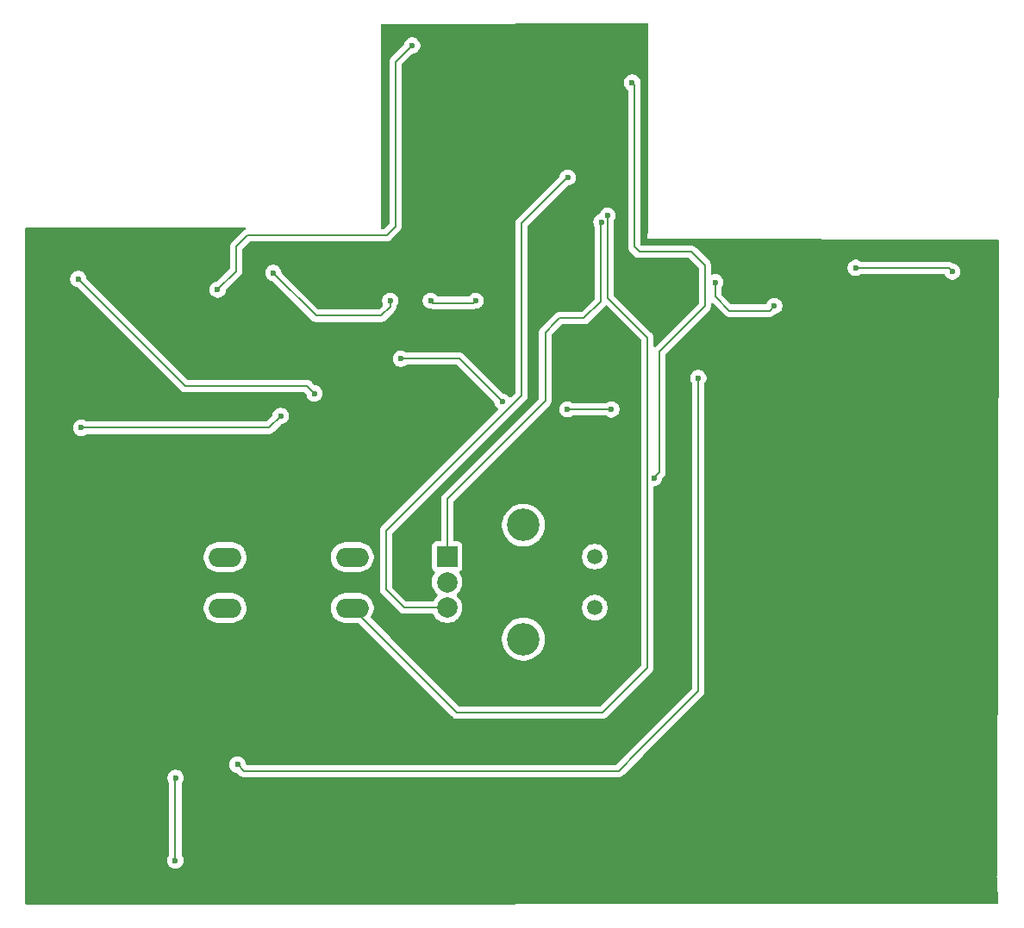
<source format=gbr>
%TF.GenerationSoftware,KiCad,Pcbnew,9.0.0*%
%TF.CreationDate,2025-04-05T15:43:16+05:30*%
%TF.ProjectId,PixelDoro,50697865-6c44-46f7-926f-2e6b69636164,rev?*%
%TF.SameCoordinates,Original*%
%TF.FileFunction,Copper,L2,Bot*%
%TF.FilePolarity,Positive*%
%FSLAX46Y46*%
G04 Gerber Fmt 4.6, Leading zero omitted, Abs format (unit mm)*
G04 Created by KiCad (PCBNEW 9.0.0) date 2025-04-05 15:43:16*
%MOMM*%
%LPD*%
G01*
G04 APERTURE LIST*
%TA.AperFunction,ComponentPad*%
%ADD10O,3.200000X1.900000*%
%TD*%
%TA.AperFunction,ComponentPad*%
%ADD11C,1.500000*%
%TD*%
%TA.AperFunction,ComponentPad*%
%ADD12R,2.000000X2.000000*%
%TD*%
%TA.AperFunction,ComponentPad*%
%ADD13C,2.000000*%
%TD*%
%TA.AperFunction,ComponentPad*%
%ADD14C,3.200000*%
%TD*%
%TA.AperFunction,ViaPad*%
%ADD15C,0.600000*%
%TD*%
%TA.AperFunction,Conductor*%
%ADD16C,0.200000*%
%TD*%
G04 APERTURE END LIST*
D10*
%TO.P,SW2,1,1*%
%TO.N,GND*%
X118468750Y-85725000D03*
X130968750Y-85725000D03*
%TO.P,SW2,2,2*%
%TO.N,Net-(U1-GPIO1_D7_CSn_RX)*%
X118468750Y-90725000D03*
X130968750Y-90725000D03*
%TD*%
D11*
%TO.P,SW1,*%
%TO.N,*%
X154781250Y-85687500D03*
X154781250Y-90687500D03*
D12*
%TO.P,SW1,A,A*%
%TO.N,Net-(U1-GPIO4_D9_MISO)*%
X140281250Y-85687500D03*
D13*
%TO.P,SW1,B,B*%
%TO.N,Net-(U1-GPIO2_D8_SCK)*%
X140281250Y-90687500D03*
%TO.P,SW1,C,C*%
%TO.N,GND*%
X140281250Y-88187500D03*
D14*
%TO.P,SW1,MP*%
%TO.N,N/C*%
X147781250Y-82587500D03*
X147781250Y-93787500D03*
%TD*%
D15*
%TO.N,Net-(D1-DIN)*%
X136840000Y-35460000D03*
X117740000Y-59440000D03*
%TO.N,Net-(D2-DOUT)*%
X134700000Y-60530000D03*
X123210000Y-57800000D03*
%TO.N,Net-(D3-DOUT)*%
X138680000Y-60530000D03*
X143090000Y-60530000D03*
%TO.N,Net-(D6-DOUT)*%
X166620000Y-58720000D03*
X172420000Y-61050000D03*
%TO.N,Net-(D8-DOUT)*%
X189908065Y-57659535D03*
X180420000Y-57310000D03*
%TO.N,Net-(D38-DOUT)*%
X164950000Y-68140000D03*
X119690000Y-106120000D03*
%TO.N,Net-(D23-VSS)*%
X104340000Y-73020000D03*
X123930000Y-71860000D03*
X113610000Y-107410000D03*
X113590000Y-115540000D03*
%TO.N,Net-(D34-DOUT)*%
X127240000Y-69640000D03*
X104050000Y-58400000D03*
%TO.N,Net-(D36-DOUT)*%
X135730000Y-66220000D03*
X156420000Y-71210000D03*
X145710000Y-70440000D03*
X152090000Y-71200000D03*
%TO.N,Net-(U1-GPIO2_D8_SCK)*%
X152120000Y-48430000D03*
%TO.N,Net-(U1-GPIO1_D7_CSn_RX)*%
X156050000Y-52150000D03*
%TO.N,Net-(U1-GPIO4_D9_MISO)*%
X155450000Y-52790000D03*
%TO.N,GND*%
X158460000Y-39100000D03*
X160600000Y-77950000D03*
%TD*%
D16*
%TO.N,Net-(D1-DIN)*%
X135210000Y-37070000D02*
X136820000Y-35460000D01*
X135210000Y-53250000D02*
X135210000Y-37070000D01*
X119560000Y-55240000D02*
X120680000Y-54120000D01*
X136820000Y-35460000D02*
X136840000Y-35460000D01*
X120680000Y-54120000D02*
X134340000Y-54120000D01*
X119560000Y-57620000D02*
X119560000Y-55240000D01*
X134340000Y-54120000D02*
X135210000Y-53250000D01*
X117740000Y-59440000D02*
X119560000Y-57620000D01*
%TO.N,Net-(D2-DOUT)*%
X127420000Y-62010000D02*
X133820000Y-62010000D01*
X123210000Y-57800000D02*
X127420000Y-62010000D01*
X134700000Y-61130000D02*
X134700000Y-60530000D01*
X133820000Y-62010000D02*
X134700000Y-61130000D01*
%TO.N,Net-(D3-DOUT)*%
X142870000Y-60750000D02*
X143090000Y-60530000D01*
X138680000Y-60530000D02*
X138900000Y-60750000D01*
X138900000Y-60750000D02*
X142870000Y-60750000D01*
%TO.N,Net-(D6-DOUT)*%
X166620000Y-58720000D02*
X166620000Y-60140000D01*
X167990000Y-61510000D02*
X171960000Y-61510000D01*
X166620000Y-60140000D02*
X167990000Y-61510000D01*
X171960000Y-61510000D02*
X172420000Y-61050000D01*
%TO.N,Net-(D8-DOUT)*%
X189558530Y-57310000D02*
X180420000Y-57310000D01*
X189908065Y-57659535D02*
X189558530Y-57310000D01*
%TO.N,Net-(D38-DOUT)*%
X120300000Y-106730000D02*
X119690000Y-106120000D01*
X120660000Y-106730000D02*
X120300000Y-106730000D01*
X157150000Y-106730000D02*
X120660000Y-106730000D01*
X164950000Y-68140000D02*
X164950000Y-98930000D01*
X159030000Y-104850000D02*
X157150000Y-106730000D01*
X164950000Y-98930000D02*
X159030000Y-104850000D01*
%TO.N,Net-(D23-VSS)*%
X113590000Y-107430000D02*
X113610000Y-107410000D01*
X113590000Y-115540000D02*
X113590000Y-107430000D01*
X122770000Y-73020000D02*
X123930000Y-71860000D01*
X104340000Y-73020000D02*
X122770000Y-73020000D01*
%TO.N,Net-(D34-DOUT)*%
X104050000Y-58400000D02*
X114570000Y-68920000D01*
X126520000Y-68920000D02*
X127240000Y-69640000D01*
X126440000Y-68920000D02*
X126520000Y-68920000D01*
X114570000Y-68920000D02*
X126440000Y-68920000D01*
%TO.N,Net-(D36-DOUT)*%
X156410000Y-71200000D02*
X156420000Y-71210000D01*
X152090000Y-71200000D02*
X156410000Y-71200000D01*
X135730000Y-66220000D02*
X141490000Y-66220000D01*
X141490000Y-66220000D02*
X145710000Y-70440000D01*
%TO.N,Net-(U1-GPIO2_D8_SCK)*%
X140281250Y-90687500D02*
X136057500Y-90687500D01*
X134280000Y-88910000D02*
X134280000Y-83150000D01*
X147590000Y-52930000D02*
X152090000Y-48430000D01*
X152090000Y-48430000D02*
X152120000Y-48430000D01*
X147590000Y-69840000D02*
X147590000Y-52930000D01*
X134280000Y-83150000D02*
X147590000Y-69840000D01*
X136057500Y-90687500D02*
X134280000Y-88910000D01*
%TO.N,Net-(U1-GPIO1_D7_CSn_RX)*%
X155540000Y-101010000D02*
X159960000Y-96590000D01*
X159960000Y-64160000D02*
X156050000Y-60250000D01*
X159960000Y-96590000D02*
X159960000Y-64160000D01*
X141253750Y-101010000D02*
X155540000Y-101010000D01*
X130968750Y-90725000D02*
X141253750Y-101010000D01*
X156050000Y-60250000D02*
X156050000Y-52150000D01*
%TO.N,Net-(U1-GPIO4_D9_MISO)*%
X151300000Y-62260000D02*
X153720000Y-62260000D01*
X155390000Y-60590000D02*
X155390000Y-52850000D01*
X149920000Y-70370000D02*
X149920000Y-63640000D01*
X153720000Y-62260000D02*
X155390000Y-60590000D01*
X149920000Y-63640000D02*
X150910000Y-62650000D01*
X155390000Y-52850000D02*
X155450000Y-52790000D01*
X150910000Y-62650000D02*
X151300000Y-62260000D01*
X140281250Y-80008750D02*
X149920000Y-70370000D01*
X140281250Y-85687500D02*
X140281250Y-80008750D01*
%TO.N,GND*%
X161140000Y-77390000D02*
X160810000Y-77720000D01*
X158650000Y-39290000D02*
X158460000Y-39100000D01*
X158650000Y-39410000D02*
X158650000Y-55220000D01*
X159160000Y-55730000D02*
X164300000Y-55730000D01*
X165610000Y-57040000D02*
X165610000Y-61070000D01*
X160810000Y-77720000D02*
X160600000Y-77930000D01*
X158650000Y-39410000D02*
X158650000Y-39290000D01*
X164300000Y-55730000D02*
X165610000Y-57040000D01*
X158650000Y-55220000D02*
X159160000Y-55730000D01*
X161140000Y-65540000D02*
X161140000Y-77390000D01*
X160600000Y-77930000D02*
X160600000Y-77950000D01*
X165610000Y-61070000D02*
X161140000Y-65540000D01*
%TD*%
%TA.AperFunction,NonConductor*%
G36*
X159992447Y-33299816D02*
G01*
X160038323Y-33352515D01*
X160049646Y-33404636D01*
X159992836Y-53439878D01*
X159990000Y-54440000D01*
X194365878Y-54509748D01*
X194432877Y-54529569D01*
X194478525Y-54582466D01*
X194489625Y-54634123D01*
X194301262Y-116991775D01*
X194301225Y-117003868D01*
X194301225Y-117003870D01*
X194280000Y-117110000D01*
X194300770Y-117154509D01*
X194300687Y-117182215D01*
X194299944Y-117428204D01*
X194304967Y-117429748D01*
X194350053Y-117483125D01*
X194360523Y-117528351D01*
X194444951Y-119681262D01*
X194427908Y-119749021D01*
X194376938Y-119796810D01*
X194321163Y-119810121D01*
X98984117Y-119899883D01*
X98917059Y-119880262D01*
X98871254Y-119827501D01*
X98860000Y-119775883D01*
X98860000Y-115461153D01*
X112789500Y-115461153D01*
X112789500Y-115618846D01*
X112820261Y-115773489D01*
X112820264Y-115773501D01*
X112880602Y-115919172D01*
X112880609Y-115919185D01*
X112968210Y-116050288D01*
X112968213Y-116050292D01*
X113079707Y-116161786D01*
X113079711Y-116161789D01*
X113210814Y-116249390D01*
X113210827Y-116249397D01*
X113356498Y-116309735D01*
X113356503Y-116309737D01*
X113511153Y-116340499D01*
X113511156Y-116340500D01*
X113511158Y-116340500D01*
X113668844Y-116340500D01*
X113668845Y-116340499D01*
X113823497Y-116309737D01*
X113969179Y-116249394D01*
X114100289Y-116161789D01*
X114211789Y-116050289D01*
X114299394Y-115919179D01*
X114359737Y-115773497D01*
X114390500Y-115618842D01*
X114390500Y-115461158D01*
X114390500Y-115461155D01*
X114390499Y-115461153D01*
X114359738Y-115306510D01*
X114359737Y-115306503D01*
X114359735Y-115306498D01*
X114299397Y-115160827D01*
X114299390Y-115160814D01*
X114211398Y-115029125D01*
X114190520Y-114962447D01*
X114190500Y-114960234D01*
X114190500Y-108012940D01*
X114210185Y-107945901D01*
X114226818Y-107925259D01*
X114231789Y-107920289D01*
X114319394Y-107789179D01*
X114379737Y-107643497D01*
X114410500Y-107488842D01*
X114410500Y-107331158D01*
X114410500Y-107331155D01*
X114410499Y-107331153D01*
X114379738Y-107176510D01*
X114379737Y-107176503D01*
X114345723Y-107094385D01*
X114319397Y-107030827D01*
X114319390Y-107030814D01*
X114231789Y-106899711D01*
X114231786Y-106899707D01*
X114120292Y-106788213D01*
X114120288Y-106788210D01*
X113989185Y-106700609D01*
X113989172Y-106700602D01*
X113843501Y-106640264D01*
X113843489Y-106640261D01*
X113688845Y-106609500D01*
X113688842Y-106609500D01*
X113531158Y-106609500D01*
X113531155Y-106609500D01*
X113376510Y-106640261D01*
X113376498Y-106640264D01*
X113230827Y-106700602D01*
X113230814Y-106700609D01*
X113099711Y-106788210D01*
X113099707Y-106788213D01*
X112988213Y-106899707D01*
X112988210Y-106899711D01*
X112900609Y-107030814D01*
X112900602Y-107030827D01*
X112840264Y-107176498D01*
X112840261Y-107176510D01*
X112809500Y-107331153D01*
X112809500Y-107488846D01*
X112840261Y-107643489D01*
X112840264Y-107643501D01*
X112900602Y-107789172D01*
X112900609Y-107789184D01*
X112968602Y-107890942D01*
X112989480Y-107957619D01*
X112989500Y-107959833D01*
X112989500Y-114960234D01*
X112969815Y-115027273D01*
X112968602Y-115029125D01*
X112880609Y-115160814D01*
X112880602Y-115160827D01*
X112820264Y-115306498D01*
X112820261Y-115306510D01*
X112789500Y-115461153D01*
X98860000Y-115461153D01*
X98860000Y-106041153D01*
X118889500Y-106041153D01*
X118889500Y-106198846D01*
X118920261Y-106353489D01*
X118920264Y-106353501D01*
X118980602Y-106499172D01*
X118980609Y-106499185D01*
X119068210Y-106630288D01*
X119068213Y-106630292D01*
X119179707Y-106741786D01*
X119179711Y-106741789D01*
X119310814Y-106829390D01*
X119310827Y-106829397D01*
X119456498Y-106889735D01*
X119456503Y-106889737D01*
X119521147Y-106902595D01*
X119611849Y-106920638D01*
X119628605Y-106929402D01*
X119647085Y-106933423D01*
X119672123Y-106952167D01*
X119673760Y-106953023D01*
X119675339Y-106954574D01*
X119815139Y-107094374D01*
X119815149Y-107094385D01*
X119819479Y-107098715D01*
X119819480Y-107098716D01*
X119931284Y-107210520D01*
X120018095Y-107260639D01*
X120018097Y-107260641D01*
X120068213Y-107289576D01*
X120068215Y-107289577D01*
X120220942Y-107330500D01*
X120220943Y-107330500D01*
X120580943Y-107330500D01*
X157063331Y-107330500D01*
X157063347Y-107330501D01*
X157070943Y-107330501D01*
X157229054Y-107330501D01*
X157229057Y-107330501D01*
X157381785Y-107289577D01*
X157431904Y-107260639D01*
X157518716Y-107210520D01*
X157630520Y-107098716D01*
X157630520Y-107098714D01*
X157640728Y-107088507D01*
X157640729Y-107088504D01*
X159510519Y-105218716D01*
X165318713Y-99410521D01*
X165318716Y-99410520D01*
X165430520Y-99298716D01*
X165480639Y-99211904D01*
X165509577Y-99161785D01*
X165550500Y-99009058D01*
X165550500Y-98850943D01*
X165550500Y-68719765D01*
X165570185Y-68652726D01*
X165571398Y-68650874D01*
X165659390Y-68519185D01*
X165659390Y-68519184D01*
X165659394Y-68519179D01*
X165719737Y-68373497D01*
X165750500Y-68218842D01*
X165750500Y-68061158D01*
X165750500Y-68061155D01*
X165750499Y-68061153D01*
X165719738Y-67906510D01*
X165719737Y-67906503D01*
X165719735Y-67906498D01*
X165659397Y-67760827D01*
X165659390Y-67760814D01*
X165571789Y-67629711D01*
X165571786Y-67629707D01*
X165460292Y-67518213D01*
X165460288Y-67518210D01*
X165329185Y-67430609D01*
X165329172Y-67430602D01*
X165183501Y-67370264D01*
X165183489Y-67370261D01*
X165028845Y-67339500D01*
X165028842Y-67339500D01*
X164871158Y-67339500D01*
X164871155Y-67339500D01*
X164716510Y-67370261D01*
X164716498Y-67370264D01*
X164570827Y-67430602D01*
X164570814Y-67430609D01*
X164439711Y-67518210D01*
X164439707Y-67518213D01*
X164328213Y-67629707D01*
X164328210Y-67629711D01*
X164240609Y-67760814D01*
X164240602Y-67760827D01*
X164180264Y-67906498D01*
X164180261Y-67906510D01*
X164149500Y-68061153D01*
X164149500Y-68218846D01*
X164180261Y-68373489D01*
X164180264Y-68373501D01*
X164240602Y-68519172D01*
X164240609Y-68519185D01*
X164328602Y-68650874D01*
X164349480Y-68717551D01*
X164349500Y-68719765D01*
X164349500Y-98629903D01*
X164329815Y-98696942D01*
X164313181Y-98717584D01*
X156937584Y-106093181D01*
X156876261Y-106126666D01*
X156849903Y-106129500D01*
X120609837Y-106129500D01*
X120542798Y-106109815D01*
X120497043Y-106057011D01*
X120488220Y-106029692D01*
X120459738Y-105886508D01*
X120459737Y-105886507D01*
X120459737Y-105886503D01*
X120459735Y-105886498D01*
X120399397Y-105740827D01*
X120399390Y-105740814D01*
X120311789Y-105609711D01*
X120311786Y-105609707D01*
X120200292Y-105498213D01*
X120200288Y-105498210D01*
X120069185Y-105410609D01*
X120069172Y-105410602D01*
X119923501Y-105350264D01*
X119923489Y-105350261D01*
X119768845Y-105319500D01*
X119768842Y-105319500D01*
X119611158Y-105319500D01*
X119611155Y-105319500D01*
X119456510Y-105350261D01*
X119456498Y-105350264D01*
X119310827Y-105410602D01*
X119310814Y-105410609D01*
X119179711Y-105498210D01*
X119179707Y-105498213D01*
X119068213Y-105609707D01*
X119068210Y-105609711D01*
X118980609Y-105740814D01*
X118980602Y-105740827D01*
X118920264Y-105886498D01*
X118920261Y-105886510D01*
X118889500Y-106041153D01*
X98860000Y-106041153D01*
X98860000Y-90610837D01*
X116368250Y-90610837D01*
X116368250Y-90839162D01*
X116403965Y-91064660D01*
X116474520Y-91281803D01*
X116572416Y-91473933D01*
X116578171Y-91485228D01*
X116712371Y-91669937D01*
X116873813Y-91831379D01*
X117058522Y-91965579D01*
X117154634Y-92014550D01*
X117261946Y-92069229D01*
X117261948Y-92069229D01*
X117261951Y-92069231D01*
X117378342Y-92107049D01*
X117479089Y-92139784D01*
X117704588Y-92175500D01*
X117704593Y-92175500D01*
X119232912Y-92175500D01*
X119458410Y-92139784D01*
X119675549Y-92069231D01*
X119878978Y-91965579D01*
X120063687Y-91831379D01*
X120225129Y-91669937D01*
X120359329Y-91485228D01*
X120462981Y-91281799D01*
X120533534Y-91064660D01*
X120546891Y-90980326D01*
X120569250Y-90839162D01*
X120569250Y-90610837D01*
X128868250Y-90610837D01*
X128868250Y-90839162D01*
X128903965Y-91064660D01*
X128974520Y-91281803D01*
X129072416Y-91473933D01*
X129078171Y-91485228D01*
X129212371Y-91669937D01*
X129373813Y-91831379D01*
X129558522Y-91965579D01*
X129654634Y-92014550D01*
X129761946Y-92069229D01*
X129761948Y-92069229D01*
X129761951Y-92069231D01*
X129878342Y-92107049D01*
X129979089Y-92139784D01*
X130204588Y-92175500D01*
X130204593Y-92175500D01*
X131518653Y-92175500D01*
X131585692Y-92195185D01*
X131606334Y-92211819D01*
X140768889Y-101374374D01*
X140768899Y-101374385D01*
X140773229Y-101378715D01*
X140773230Y-101378716D01*
X140885034Y-101490520D01*
X140885036Y-101490521D01*
X140885040Y-101490524D01*
X141021959Y-101569573D01*
X141021966Y-101569577D01*
X141133769Y-101599534D01*
X141174692Y-101610500D01*
X141174693Y-101610500D01*
X155453331Y-101610500D01*
X155453347Y-101610501D01*
X155460943Y-101610501D01*
X155619054Y-101610501D01*
X155619057Y-101610501D01*
X155771785Y-101569577D01*
X155821904Y-101540639D01*
X155908716Y-101490520D01*
X156020520Y-101378716D01*
X156020520Y-101378714D01*
X156030728Y-101368507D01*
X156030730Y-101368504D01*
X160328713Y-97070521D01*
X160328716Y-97070520D01*
X160440520Y-96958716D01*
X160490639Y-96871904D01*
X160519577Y-96821785D01*
X160560501Y-96669057D01*
X160560501Y-96510943D01*
X160560501Y-96503348D01*
X160560500Y-96503330D01*
X160560500Y-78874500D01*
X160580185Y-78807461D01*
X160632989Y-78761706D01*
X160672970Y-78753008D01*
X160672782Y-78751097D01*
X160678836Y-78750500D01*
X160678842Y-78750500D01*
X160833497Y-78719737D01*
X160979179Y-78659394D01*
X161110289Y-78571789D01*
X161221789Y-78460289D01*
X161309394Y-78329179D01*
X161369737Y-78183497D01*
X161400500Y-78028842D01*
X161400500Y-78028835D01*
X161401097Y-78022782D01*
X161402604Y-78022930D01*
X161409143Y-78000660D01*
X161415667Y-77970671D01*
X161419422Y-77965653D01*
X161420185Y-77963058D01*
X161436815Y-77942419D01*
X161498505Y-77880728D01*
X161498510Y-77880725D01*
X161508714Y-77870520D01*
X161508716Y-77870520D01*
X161620520Y-77758716D01*
X161699577Y-77621784D01*
X161740500Y-77469057D01*
X161740500Y-65840097D01*
X161760185Y-65773058D01*
X161776819Y-65752416D01*
X163854096Y-63675139D01*
X166090520Y-61438716D01*
X166169577Y-61301784D01*
X166210501Y-61149057D01*
X166210501Y-60990942D01*
X166210501Y-60983347D01*
X166210500Y-60983329D01*
X166210500Y-60879097D01*
X166230185Y-60812058D01*
X166282989Y-60766303D01*
X166352147Y-60756359D01*
X166415703Y-60785384D01*
X166422179Y-60791414D01*
X167621284Y-61990520D01*
X167621286Y-61990521D01*
X167621290Y-61990524D01*
X167758209Y-62069573D01*
X167758212Y-62069575D01*
X167758216Y-62069577D01*
X167910943Y-62110501D01*
X167910945Y-62110501D01*
X168076654Y-62110501D01*
X168076670Y-62110500D01*
X171873331Y-62110500D01*
X171873347Y-62110501D01*
X171880943Y-62110501D01*
X172039054Y-62110501D01*
X172039057Y-62110501D01*
X172191785Y-62069577D01*
X172263424Y-62028216D01*
X172328716Y-61990520D01*
X172434665Y-61884570D01*
X172495984Y-61851088D01*
X172498152Y-61850637D01*
X172498841Y-61850500D01*
X172498842Y-61850500D01*
X172653497Y-61819737D01*
X172799179Y-61759394D01*
X172930289Y-61671789D01*
X173041789Y-61560289D01*
X173129394Y-61429179D01*
X173189737Y-61283497D01*
X173220500Y-61128842D01*
X173220500Y-60971158D01*
X173220500Y-60971155D01*
X173220499Y-60971153D01*
X173208173Y-60909185D01*
X173189737Y-60816503D01*
X173176847Y-60785384D01*
X173129397Y-60670827D01*
X173129390Y-60670814D01*
X173041789Y-60539711D01*
X173041786Y-60539707D01*
X172930292Y-60428213D01*
X172930288Y-60428210D01*
X172799185Y-60340609D01*
X172799172Y-60340602D01*
X172653501Y-60280264D01*
X172653489Y-60280261D01*
X172498845Y-60249500D01*
X172498842Y-60249500D01*
X172341158Y-60249500D01*
X172341155Y-60249500D01*
X172186510Y-60280261D01*
X172186498Y-60280264D01*
X172040827Y-60340602D01*
X172040814Y-60340609D01*
X171909711Y-60428210D01*
X171909707Y-60428213D01*
X171798213Y-60539707D01*
X171798210Y-60539711D01*
X171710609Y-60670814D01*
X171710602Y-60670827D01*
X171650262Y-60816503D01*
X171648747Y-60821500D01*
X171610447Y-60879937D01*
X171546634Y-60908391D01*
X171530088Y-60909500D01*
X168290098Y-60909500D01*
X168223059Y-60889815D01*
X168202417Y-60873181D01*
X167256819Y-59927583D01*
X167223334Y-59866260D01*
X167220500Y-59839902D01*
X167220500Y-59299765D01*
X167240185Y-59232726D01*
X167241398Y-59230874D01*
X167329390Y-59099185D01*
X167329390Y-59099184D01*
X167329394Y-59099179D01*
X167389737Y-58953497D01*
X167420500Y-58798842D01*
X167420500Y-58641158D01*
X167420500Y-58641155D01*
X167420499Y-58641153D01*
X167412440Y-58600638D01*
X167389737Y-58486503D01*
X167366032Y-58429273D01*
X167329397Y-58340827D01*
X167329390Y-58340814D01*
X167241789Y-58209711D01*
X167241786Y-58209707D01*
X167130292Y-58098213D01*
X167130288Y-58098210D01*
X166999185Y-58010609D01*
X166999172Y-58010602D01*
X166853501Y-57950264D01*
X166853489Y-57950261D01*
X166698845Y-57919500D01*
X166698842Y-57919500D01*
X166541158Y-57919500D01*
X166541155Y-57919500D01*
X166386510Y-57950261D01*
X166386500Y-57950263D01*
X166381944Y-57952151D01*
X166312475Y-57959614D01*
X166249998Y-57928335D01*
X166214350Y-57868243D01*
X166210500Y-57837586D01*
X166210500Y-57231153D01*
X179619500Y-57231153D01*
X179619500Y-57388846D01*
X179650261Y-57543489D01*
X179650264Y-57543501D01*
X179710602Y-57689172D01*
X179710609Y-57689185D01*
X179798210Y-57820288D01*
X179798213Y-57820292D01*
X179909707Y-57931786D01*
X179909711Y-57931789D01*
X180040814Y-58019390D01*
X180040827Y-58019397D01*
X180087478Y-58038720D01*
X180186503Y-58079737D01*
X180341153Y-58110499D01*
X180341156Y-58110500D01*
X180341158Y-58110500D01*
X180498844Y-58110500D01*
X180498845Y-58110499D01*
X180653497Y-58079737D01*
X180771485Y-58030865D01*
X180799172Y-58019397D01*
X180799172Y-58019396D01*
X180799179Y-58019394D01*
X180812337Y-58010602D01*
X180930875Y-57931398D01*
X180997553Y-57910520D01*
X180999766Y-57910500D01*
X189062709Y-57910500D01*
X189129748Y-57930185D01*
X189175503Y-57982989D01*
X189177270Y-57987048D01*
X189198667Y-58038707D01*
X189198674Y-58038720D01*
X189286275Y-58169823D01*
X189286278Y-58169827D01*
X189397772Y-58281321D01*
X189397776Y-58281324D01*
X189528879Y-58368925D01*
X189528892Y-58368932D01*
X189656495Y-58421786D01*
X189674568Y-58429272D01*
X189829218Y-58460034D01*
X189829221Y-58460035D01*
X189829223Y-58460035D01*
X189986909Y-58460035D01*
X189986910Y-58460034D01*
X190141562Y-58429272D01*
X190287244Y-58368929D01*
X190418354Y-58281324D01*
X190529854Y-58169824D01*
X190617459Y-58038714D01*
X190624871Y-58020821D01*
X190661748Y-57931789D01*
X190677802Y-57893032D01*
X190708565Y-57738377D01*
X190708565Y-57580693D01*
X190708565Y-57580690D01*
X190708564Y-57580688D01*
X190677803Y-57426045D01*
X190677802Y-57426038D01*
X190655114Y-57371264D01*
X190617462Y-57280362D01*
X190617455Y-57280349D01*
X190529854Y-57149246D01*
X190529851Y-57149242D01*
X190418357Y-57037748D01*
X190418353Y-57037745D01*
X190287250Y-56950144D01*
X190287237Y-56950137D01*
X190141566Y-56889799D01*
X190141556Y-56889796D01*
X189986216Y-56858897D01*
X189946233Y-56843382D01*
X189933364Y-56835598D01*
X189927246Y-56829480D01*
X189840434Y-56779360D01*
X189790315Y-56750423D01*
X189637587Y-56709499D01*
X189479473Y-56709499D01*
X189471877Y-56709499D01*
X189471861Y-56709500D01*
X180999766Y-56709500D01*
X180932727Y-56689815D01*
X180930875Y-56688602D01*
X180799185Y-56600609D01*
X180799172Y-56600602D01*
X180653501Y-56540264D01*
X180653489Y-56540261D01*
X180498845Y-56509500D01*
X180498842Y-56509500D01*
X180341158Y-56509500D01*
X180341155Y-56509500D01*
X180186510Y-56540261D01*
X180186498Y-56540264D01*
X180040827Y-56600602D01*
X180040814Y-56600609D01*
X179909711Y-56688210D01*
X179909707Y-56688213D01*
X179798213Y-56799707D01*
X179798210Y-56799711D01*
X179710609Y-56930814D01*
X179710602Y-56930827D01*
X179650264Y-57076498D01*
X179650261Y-57076510D01*
X179619500Y-57231153D01*
X166210500Y-57231153D01*
X166210500Y-57129060D01*
X166210501Y-57129047D01*
X166210501Y-56960944D01*
X166207607Y-56950144D01*
X166169577Y-56808216D01*
X166112584Y-56709500D01*
X166090524Y-56671290D01*
X166090518Y-56671282D01*
X164787590Y-55368355D01*
X164787588Y-55368352D01*
X164668717Y-55249481D01*
X164668716Y-55249480D01*
X164581904Y-55199360D01*
X164581904Y-55199359D01*
X164581900Y-55199358D01*
X164531785Y-55170423D01*
X164379057Y-55129499D01*
X164220943Y-55129499D01*
X164213347Y-55129499D01*
X164213331Y-55129500D01*
X159460097Y-55129500D01*
X159430656Y-55120855D01*
X159400670Y-55114332D01*
X159395654Y-55110577D01*
X159393058Y-55109815D01*
X159372416Y-55093181D01*
X159286819Y-55007584D01*
X159253334Y-54946261D01*
X159250500Y-54919903D01*
X159250500Y-39379060D01*
X159250501Y-39379047D01*
X159250501Y-39241321D01*
X159252884Y-39217128D01*
X159260500Y-39178843D01*
X159260500Y-39021155D01*
X159260499Y-39021153D01*
X159229738Y-38866510D01*
X159229737Y-38866503D01*
X159229735Y-38866498D01*
X159169397Y-38720827D01*
X159169390Y-38720814D01*
X159081789Y-38589711D01*
X159081786Y-38589707D01*
X158970292Y-38478213D01*
X158970288Y-38478210D01*
X158839185Y-38390609D01*
X158839172Y-38390602D01*
X158693501Y-38330264D01*
X158693489Y-38330261D01*
X158538845Y-38299500D01*
X158538842Y-38299500D01*
X158381158Y-38299500D01*
X158381155Y-38299500D01*
X158226510Y-38330261D01*
X158226498Y-38330264D01*
X158080827Y-38390602D01*
X158080814Y-38390609D01*
X157949711Y-38478210D01*
X157949707Y-38478213D01*
X157838213Y-38589707D01*
X157838210Y-38589711D01*
X157750609Y-38720814D01*
X157750602Y-38720827D01*
X157690264Y-38866498D01*
X157690261Y-38866510D01*
X157659500Y-39021153D01*
X157659500Y-39178846D01*
X157690261Y-39333489D01*
X157690264Y-39333501D01*
X157750602Y-39479172D01*
X157750609Y-39479185D01*
X157838210Y-39610288D01*
X157838213Y-39610292D01*
X157949705Y-39721784D01*
X157949710Y-39721788D01*
X157949711Y-39721789D01*
X157994389Y-39751642D01*
X158039195Y-39805253D01*
X158049500Y-39854744D01*
X158049500Y-55133330D01*
X158049499Y-55133348D01*
X158049499Y-55299054D01*
X158049498Y-55299054D01*
X158049499Y-55299057D01*
X158066173Y-55361286D01*
X158090424Y-55451787D01*
X158101969Y-55471783D01*
X158101970Y-55471785D01*
X158169477Y-55588712D01*
X158169481Y-55588717D01*
X158288349Y-55707585D01*
X158288355Y-55707590D01*
X158675139Y-56094374D01*
X158675149Y-56094385D01*
X158679479Y-56098715D01*
X158679480Y-56098716D01*
X158791284Y-56210520D01*
X158878095Y-56260639D01*
X158878097Y-56260641D01*
X158916151Y-56282611D01*
X158928215Y-56289577D01*
X159080943Y-56330501D01*
X159080946Y-56330501D01*
X159246653Y-56330501D01*
X159246669Y-56330500D01*
X163999903Y-56330500D01*
X164066942Y-56350185D01*
X164087584Y-56366819D01*
X164973181Y-57252416D01*
X165006666Y-57313739D01*
X165009500Y-57340097D01*
X165009500Y-60769902D01*
X164989815Y-60836941D01*
X164973181Y-60857583D01*
X160772181Y-65058583D01*
X160710858Y-65092068D01*
X160641166Y-65087084D01*
X160585233Y-65045212D01*
X160560816Y-64979748D01*
X160560500Y-64970902D01*
X160560500Y-64249059D01*
X160560501Y-64249046D01*
X160560501Y-64080945D01*
X160560501Y-64080943D01*
X160519577Y-63928215D01*
X160486997Y-63871785D01*
X160440520Y-63791284D01*
X160328716Y-63679480D01*
X160328715Y-63679479D01*
X160324385Y-63675149D01*
X160324374Y-63675139D01*
X156686819Y-60037584D01*
X156653334Y-59976261D01*
X156650500Y-59949903D01*
X156650500Y-52729765D01*
X156670185Y-52662726D01*
X156671398Y-52660874D01*
X156759390Y-52529185D01*
X156759390Y-52529184D01*
X156759394Y-52529179D01*
X156764066Y-52517901D01*
X156792407Y-52449478D01*
X156819737Y-52383497D01*
X156850500Y-52228842D01*
X156850500Y-52071158D01*
X156850500Y-52071155D01*
X156850499Y-52071153D01*
X156819738Y-51916510D01*
X156819737Y-51916503D01*
X156807148Y-51886110D01*
X156759397Y-51770827D01*
X156759390Y-51770814D01*
X156671789Y-51639711D01*
X156671786Y-51639707D01*
X156560292Y-51528213D01*
X156560288Y-51528210D01*
X156429185Y-51440609D01*
X156429172Y-51440602D01*
X156283501Y-51380264D01*
X156283489Y-51380261D01*
X156128845Y-51349500D01*
X156128842Y-51349500D01*
X155971158Y-51349500D01*
X155971155Y-51349500D01*
X155816510Y-51380261D01*
X155816498Y-51380264D01*
X155670827Y-51440602D01*
X155670814Y-51440609D01*
X155539711Y-51528210D01*
X155539707Y-51528213D01*
X155428213Y-51639707D01*
X155428210Y-51639711D01*
X155340609Y-51770814D01*
X155340602Y-51770827D01*
X155280264Y-51916498D01*
X155280262Y-51916506D01*
X155276425Y-51935795D01*
X155244038Y-51997706D01*
X155202260Y-52026162D01*
X155070827Y-52080602D01*
X155070814Y-52080609D01*
X154939711Y-52168210D01*
X154939707Y-52168213D01*
X154828213Y-52279707D01*
X154828210Y-52279711D01*
X154740609Y-52410814D01*
X154740602Y-52410827D01*
X154680264Y-52556498D01*
X154680261Y-52556510D01*
X154649500Y-52711153D01*
X154649500Y-52868846D01*
X154680261Y-53023489D01*
X154680264Y-53023501D01*
X154740603Y-53169174D01*
X154740604Y-53169175D01*
X154740606Y-53169179D01*
X154768602Y-53211077D01*
X154789480Y-53277754D01*
X154789500Y-53279968D01*
X154789500Y-60289902D01*
X154769815Y-60356941D01*
X154753181Y-60377583D01*
X153507584Y-61623181D01*
X153446261Y-61656666D01*
X153419903Y-61659500D01*
X151379057Y-61659500D01*
X151220942Y-61659500D01*
X151068215Y-61700423D01*
X151068214Y-61700423D01*
X151068212Y-61700424D01*
X151068209Y-61700425D01*
X151018096Y-61729359D01*
X151018095Y-61729360D01*
X150974689Y-61754420D01*
X150931285Y-61779479D01*
X150931282Y-61779481D01*
X150819478Y-61891286D01*
X150541284Y-62169481D01*
X149551286Y-63159478D01*
X149439481Y-63271282D01*
X149439479Y-63271285D01*
X149389361Y-63358094D01*
X149389359Y-63358096D01*
X149360425Y-63408209D01*
X149360424Y-63408210D01*
X149360423Y-63408215D01*
X149319499Y-63560943D01*
X149319499Y-63560945D01*
X149319499Y-63729046D01*
X149319500Y-63729059D01*
X149319500Y-70069902D01*
X149299815Y-70136941D01*
X149283181Y-70157583D01*
X139800731Y-79640032D01*
X139800729Y-79640035D01*
X139750611Y-79726844D01*
X139750609Y-79726846D01*
X139721675Y-79776959D01*
X139721674Y-79776960D01*
X139721673Y-79776965D01*
X139680749Y-79929693D01*
X139680749Y-79929695D01*
X139680749Y-80097796D01*
X139680750Y-80097809D01*
X139680750Y-84063000D01*
X139661065Y-84130039D01*
X139608261Y-84175794D01*
X139556750Y-84187000D01*
X139233380Y-84187000D01*
X139233373Y-84187001D01*
X139173766Y-84193408D01*
X139038921Y-84243702D01*
X139038914Y-84243706D01*
X138923705Y-84329952D01*
X138923702Y-84329955D01*
X138837456Y-84445164D01*
X138837452Y-84445171D01*
X138787158Y-84580017D01*
X138783008Y-84618621D01*
X138780751Y-84639623D01*
X138780750Y-84639635D01*
X138780750Y-86735370D01*
X138780751Y-86735376D01*
X138787158Y-86794983D01*
X138837452Y-86929828D01*
X138837456Y-86929835D01*
X138923702Y-87045044D01*
X138923705Y-87045047D01*
X139041448Y-87133190D01*
X139083319Y-87189123D01*
X139088303Y-87258815D01*
X139067455Y-87305341D01*
X138997909Y-87401063D01*
X138890683Y-87611503D01*
X138817696Y-87836131D01*
X138780750Y-88069402D01*
X138780750Y-88305597D01*
X138817696Y-88538868D01*
X138890683Y-88763496D01*
X138997907Y-88973933D01*
X139136733Y-89165010D01*
X139136735Y-89165012D01*
X139303740Y-89332017D01*
X139310853Y-89337185D01*
X139353516Y-89392517D01*
X139359492Y-89462130D01*
X139326884Y-89523924D01*
X139310853Y-89537815D01*
X139303740Y-89542982D01*
X139136735Y-89709987D01*
X139136735Y-89709988D01*
X139136733Y-89709990D01*
X139119527Y-89733672D01*
X138997907Y-89901066D01*
X138937667Y-90019295D01*
X138889692Y-90070091D01*
X138827182Y-90087000D01*
X136357598Y-90087000D01*
X136290559Y-90067315D01*
X136269917Y-90050681D01*
X134916819Y-88697583D01*
X134883334Y-88636260D01*
X134880500Y-88609902D01*
X134880500Y-83450097D01*
X134900185Y-83383058D01*
X134916819Y-83362416D01*
X140810180Y-77469055D01*
X148070520Y-70208716D01*
X148149577Y-70071784D01*
X148190501Y-69919057D01*
X148190501Y-69760942D01*
X148190501Y-69753347D01*
X148190500Y-69753329D01*
X148190500Y-53230097D01*
X148210185Y-53163058D01*
X148226819Y-53142416D01*
X152102416Y-49266819D01*
X152163739Y-49233334D01*
X152190097Y-49230500D01*
X152198844Y-49230500D01*
X152198845Y-49230499D01*
X152353497Y-49199737D01*
X152499179Y-49139394D01*
X152630289Y-49051789D01*
X152741789Y-48940289D01*
X152829394Y-48809179D01*
X152889737Y-48663497D01*
X152920500Y-48508842D01*
X152920500Y-48351158D01*
X152920500Y-48351155D01*
X152920499Y-48351153D01*
X152889738Y-48196510D01*
X152889738Y-48196508D01*
X152889737Y-48196503D01*
X152889735Y-48196498D01*
X152829397Y-48050827D01*
X152829390Y-48050814D01*
X152741789Y-47919711D01*
X152741786Y-47919707D01*
X152630292Y-47808213D01*
X152630288Y-47808210D01*
X152499185Y-47720609D01*
X152499172Y-47720602D01*
X152353501Y-47660264D01*
X152353489Y-47660261D01*
X152198845Y-47629500D01*
X152198842Y-47629500D01*
X152041158Y-47629500D01*
X152041155Y-47629500D01*
X151886510Y-47660261D01*
X151886498Y-47660264D01*
X151740827Y-47720602D01*
X151740814Y-47720609D01*
X151609711Y-47808210D01*
X151609707Y-47808213D01*
X151498213Y-47919707D01*
X151498210Y-47919711D01*
X151410609Y-48050814D01*
X151410602Y-48050827D01*
X151350264Y-48196498D01*
X151350261Y-48196508D01*
X151326811Y-48314400D01*
X151294426Y-48376311D01*
X151292875Y-48377889D01*
X147109481Y-52561282D01*
X147109479Y-52561285D01*
X147076612Y-52618214D01*
X147076611Y-52618216D01*
X147030423Y-52698214D01*
X147030423Y-52698215D01*
X146989499Y-52850943D01*
X146989499Y-52850945D01*
X146989499Y-53019046D01*
X146989500Y-53019059D01*
X146989500Y-69539901D01*
X146969815Y-69606940D01*
X146953181Y-69627582D01*
X146566507Y-70014255D01*
X146505184Y-70047740D01*
X146435492Y-70042756D01*
X146379559Y-70000884D01*
X146375737Y-69995484D01*
X146331789Y-69929711D01*
X146331787Y-69929708D01*
X146220292Y-69818213D01*
X146220288Y-69818210D01*
X146089185Y-69730609D01*
X146089172Y-69730602D01*
X145943501Y-69670264D01*
X145943491Y-69670261D01*
X145788149Y-69639361D01*
X145726238Y-69606976D01*
X145724660Y-69605425D01*
X141977590Y-65858355D01*
X141977588Y-65858352D01*
X141858717Y-65739481D01*
X141858716Y-65739480D01*
X141771904Y-65689360D01*
X141771904Y-65689359D01*
X141771900Y-65689358D01*
X141721785Y-65660423D01*
X141569057Y-65619499D01*
X141410943Y-65619499D01*
X141403347Y-65619499D01*
X141403331Y-65619500D01*
X136309766Y-65619500D01*
X136242727Y-65599815D01*
X136240875Y-65598602D01*
X136109185Y-65510609D01*
X136109172Y-65510602D01*
X135963501Y-65450264D01*
X135963489Y-65450261D01*
X135808845Y-65419500D01*
X135808842Y-65419500D01*
X135651158Y-65419500D01*
X135651155Y-65419500D01*
X135496510Y-65450261D01*
X135496498Y-65450264D01*
X135350827Y-65510602D01*
X135350814Y-65510609D01*
X135219711Y-65598210D01*
X135219707Y-65598213D01*
X135108213Y-65709707D01*
X135108210Y-65709711D01*
X135020609Y-65840814D01*
X135020602Y-65840827D01*
X134960264Y-65986498D01*
X134960261Y-65986510D01*
X134929500Y-66141153D01*
X134929500Y-66298846D01*
X134960261Y-66453489D01*
X134960264Y-66453501D01*
X135020602Y-66599172D01*
X135020609Y-66599185D01*
X135108210Y-66730288D01*
X135108213Y-66730292D01*
X135219707Y-66841786D01*
X135219711Y-66841789D01*
X135350814Y-66929390D01*
X135350827Y-66929397D01*
X135496498Y-66989735D01*
X135496503Y-66989737D01*
X135651153Y-67020499D01*
X135651156Y-67020500D01*
X135651158Y-67020500D01*
X135808844Y-67020500D01*
X135808845Y-67020499D01*
X135963497Y-66989737D01*
X136109179Y-66929394D01*
X136109185Y-66929390D01*
X136240875Y-66841398D01*
X136307553Y-66820520D01*
X136309766Y-66820500D01*
X141189903Y-66820500D01*
X141256942Y-66840185D01*
X141277584Y-66856819D01*
X144875425Y-70454660D01*
X144908910Y-70515983D01*
X144909361Y-70518149D01*
X144940261Y-70673491D01*
X144940264Y-70673501D01*
X145000602Y-70819172D01*
X145000609Y-70819185D01*
X145088210Y-70950288D01*
X145088213Y-70950292D01*
X145199707Y-71061786D01*
X145199711Y-71061789D01*
X145265465Y-71105725D01*
X145310270Y-71159337D01*
X145318977Y-71228662D01*
X145288822Y-71291690D01*
X145284255Y-71296508D01*
X133911286Y-82669478D01*
X133799481Y-82781282D01*
X133799479Y-82781285D01*
X133749361Y-82868094D01*
X133749359Y-82868096D01*
X133720425Y-82918209D01*
X133720424Y-82918210D01*
X133720423Y-82918215D01*
X133679499Y-83070943D01*
X133679499Y-83070945D01*
X133679499Y-83239046D01*
X133679500Y-83239059D01*
X133679500Y-88823330D01*
X133679499Y-88823348D01*
X133679499Y-88989054D01*
X133679498Y-88989054D01*
X133679499Y-88989057D01*
X133720423Y-89141785D01*
X133724902Y-89149542D01*
X133724904Y-89149552D01*
X133724907Y-89149551D01*
X133799477Y-89278712D01*
X133799481Y-89278717D01*
X133918349Y-89397585D01*
X133918354Y-89397589D01*
X135688784Y-91168020D01*
X135688786Y-91168021D01*
X135688790Y-91168024D01*
X135825709Y-91247073D01*
X135825716Y-91247077D01*
X135978443Y-91288001D01*
X135978445Y-91288001D01*
X136144154Y-91288001D01*
X136144170Y-91288000D01*
X138827182Y-91288000D01*
X138894221Y-91307685D01*
X138937666Y-91355703D01*
X138997907Y-91473933D01*
X139136733Y-91665010D01*
X139303740Y-91832017D01*
X139494817Y-91970843D01*
X139594241Y-92021502D01*
X139705253Y-92078066D01*
X139705255Y-92078066D01*
X139705258Y-92078068D01*
X139825662Y-92117189D01*
X139929881Y-92151053D01*
X140163153Y-92188000D01*
X140163158Y-92188000D01*
X140399347Y-92188000D01*
X140632618Y-92151053D01*
X140667300Y-92139784D01*
X140857242Y-92078068D01*
X141067683Y-91970843D01*
X141258760Y-91832017D01*
X141425767Y-91665010D01*
X141564593Y-91473933D01*
X141671818Y-91263492D01*
X141744803Y-91038868D01*
X141754075Y-90980326D01*
X141781750Y-90805597D01*
X141781750Y-90589077D01*
X153530750Y-90589077D01*
X153530750Y-90785922D01*
X153561540Y-90980326D01*
X153622367Y-91167529D01*
X153711726Y-91342905D01*
X153827422Y-91502146D01*
X153966604Y-91641328D01*
X154125845Y-91757024D01*
X154198815Y-91794204D01*
X154301220Y-91846382D01*
X154301222Y-91846382D01*
X154301225Y-91846384D01*
X154401567Y-91878987D01*
X154488423Y-91907209D01*
X154682828Y-91938000D01*
X154682833Y-91938000D01*
X154879672Y-91938000D01*
X155074076Y-91907209D01*
X155261275Y-91846384D01*
X155436655Y-91757024D01*
X155595896Y-91641328D01*
X155735078Y-91502146D01*
X155850774Y-91342905D01*
X155940134Y-91167525D01*
X156000959Y-90980326D01*
X156023318Y-90839157D01*
X156031750Y-90785922D01*
X156031750Y-90589077D01*
X156000959Y-90394673D01*
X155940132Y-90207470D01*
X155850773Y-90032094D01*
X155841474Y-90019295D01*
X155735078Y-89872854D01*
X155595896Y-89733672D01*
X155436655Y-89617976D01*
X155261279Y-89528617D01*
X155074076Y-89467790D01*
X154879672Y-89437000D01*
X154879667Y-89437000D01*
X154682833Y-89437000D01*
X154682828Y-89437000D01*
X154488423Y-89467790D01*
X154301220Y-89528617D01*
X154125844Y-89617976D01*
X154034991Y-89683985D01*
X153966604Y-89733672D01*
X153966602Y-89733674D01*
X153966601Y-89733674D01*
X153827424Y-89872851D01*
X153827424Y-89872852D01*
X153827422Y-89872854D01*
X153806925Y-89901066D01*
X153711726Y-90032094D01*
X153622367Y-90207470D01*
X153561540Y-90394673D01*
X153530750Y-90589077D01*
X141781750Y-90589077D01*
X141781750Y-90569402D01*
X141744803Y-90336131D01*
X141671816Y-90111503D01*
X141564592Y-89901066D01*
X141544095Y-89872854D01*
X141425767Y-89709990D01*
X141258760Y-89542983D01*
X141251651Y-89537818D01*
X141208985Y-89482488D01*
X141203006Y-89412875D01*
X141235612Y-89351080D01*
X141251651Y-89337182D01*
X141251750Y-89337109D01*
X141258760Y-89332017D01*
X141425767Y-89165010D01*
X141564593Y-88973933D01*
X141671818Y-88763492D01*
X141744803Y-88538868D01*
X141781750Y-88305597D01*
X141781750Y-88069402D01*
X141744803Y-87836131D01*
X141671816Y-87611503D01*
X141564592Y-87401066D01*
X141495044Y-87305342D01*
X141471564Y-87239536D01*
X141487389Y-87171482D01*
X141521051Y-87133189D01*
X141523578Y-87131296D01*
X141523581Y-87131296D01*
X141638796Y-87045046D01*
X141725046Y-86929831D01*
X141775341Y-86794983D01*
X141781750Y-86735373D01*
X141781749Y-85589077D01*
X153530750Y-85589077D01*
X153530750Y-85785922D01*
X153561540Y-85980326D01*
X153622367Y-86167529D01*
X153680591Y-86281799D01*
X153711726Y-86342905D01*
X153827422Y-86502146D01*
X153966604Y-86641328D01*
X154125845Y-86757024D01*
X154200342Y-86794982D01*
X154301220Y-86846382D01*
X154301222Y-86846382D01*
X154301225Y-86846384D01*
X154401567Y-86878987D01*
X154488423Y-86907209D01*
X154682828Y-86938000D01*
X154682833Y-86938000D01*
X154879672Y-86938000D01*
X155074076Y-86907209D01*
X155261275Y-86846384D01*
X155436655Y-86757024D01*
X155595896Y-86641328D01*
X155735078Y-86502146D01*
X155850774Y-86342905D01*
X155940134Y-86167525D01*
X156000959Y-85980326D01*
X156023318Y-85839157D01*
X156031750Y-85785922D01*
X156031750Y-85589077D01*
X156000959Y-85394673D01*
X155940132Y-85207470D01*
X155850773Y-85032094D01*
X155735078Y-84872854D01*
X155595896Y-84733672D01*
X155436655Y-84617976D01*
X155261279Y-84528617D01*
X155074076Y-84467790D01*
X154879672Y-84437000D01*
X154879667Y-84437000D01*
X154682833Y-84437000D01*
X154682828Y-84437000D01*
X154488423Y-84467790D01*
X154301220Y-84528617D01*
X154125844Y-84617976D01*
X154078931Y-84652061D01*
X153966604Y-84733672D01*
X153966602Y-84733674D01*
X153966601Y-84733674D01*
X153827424Y-84872851D01*
X153827424Y-84872852D01*
X153827422Y-84872854D01*
X153777735Y-84941241D01*
X153711726Y-85032094D01*
X153622367Y-85207470D01*
X153561540Y-85394673D01*
X153530750Y-85589077D01*
X141781749Y-85589077D01*
X141781749Y-84639628D01*
X141775341Y-84580017D01*
X141736330Y-84475424D01*
X141725047Y-84445171D01*
X141725043Y-84445164D01*
X141638797Y-84329955D01*
X141638794Y-84329952D01*
X141523585Y-84243706D01*
X141523578Y-84243702D01*
X141388732Y-84193408D01*
X141388733Y-84193408D01*
X141329133Y-84187001D01*
X141329131Y-84187000D01*
X141329123Y-84187000D01*
X141329115Y-84187000D01*
X141005750Y-84187000D01*
X140938711Y-84167315D01*
X140892956Y-84114511D01*
X140881750Y-84063000D01*
X140881750Y-82449832D01*
X145680750Y-82449832D01*
X145680750Y-82725167D01*
X145680751Y-82725184D01*
X145716688Y-82998155D01*
X145716689Y-82998160D01*
X145716690Y-82998166D01*
X145736191Y-83070945D01*
X145787954Y-83264130D01*
X145893325Y-83518517D01*
X145893330Y-83518528D01*
X145976111Y-83661907D01*
X146031001Y-83756979D01*
X146031003Y-83756982D01*
X146031004Y-83756983D01*
X146198620Y-83975426D01*
X146198626Y-83975433D01*
X146393316Y-84170123D01*
X146393323Y-84170129D01*
X146489211Y-84243706D01*
X146611771Y-84337749D01*
X146765028Y-84426232D01*
X146850221Y-84475419D01*
X146850226Y-84475421D01*
X146850229Y-84475423D01*
X147104618Y-84580795D01*
X147370584Y-84652060D01*
X147643576Y-84688000D01*
X147643583Y-84688000D01*
X147918917Y-84688000D01*
X147918924Y-84688000D01*
X148191916Y-84652060D01*
X148457882Y-84580795D01*
X148712271Y-84475423D01*
X148950729Y-84337749D01*
X149169178Y-84170128D01*
X149363878Y-83975428D01*
X149531499Y-83756979D01*
X149669173Y-83518521D01*
X149774545Y-83264132D01*
X149845810Y-82998166D01*
X149881750Y-82725174D01*
X149881750Y-82449826D01*
X149845810Y-82176834D01*
X149774545Y-81910868D01*
X149669173Y-81656479D01*
X149669171Y-81656476D01*
X149669169Y-81656471D01*
X149619982Y-81571278D01*
X149531499Y-81418021D01*
X149363878Y-81199572D01*
X149363873Y-81199566D01*
X149169183Y-81004876D01*
X149169176Y-81004870D01*
X148950733Y-80837254D01*
X148950732Y-80837253D01*
X148950729Y-80837251D01*
X148855657Y-80782361D01*
X148712278Y-80699580D01*
X148712267Y-80699575D01*
X148457880Y-80594204D01*
X148324899Y-80558572D01*
X148191916Y-80522940D01*
X148191910Y-80522939D01*
X148191905Y-80522938D01*
X147918934Y-80487001D01*
X147918929Y-80487000D01*
X147918924Y-80487000D01*
X147643576Y-80487000D01*
X147643570Y-80487000D01*
X147643565Y-80487001D01*
X147370594Y-80522938D01*
X147370587Y-80522939D01*
X147370584Y-80522940D01*
X147314375Y-80538000D01*
X147104619Y-80594204D01*
X146850232Y-80699575D01*
X146850221Y-80699580D01*
X146611766Y-80837254D01*
X146393323Y-81004870D01*
X146393316Y-81004876D01*
X146198626Y-81199566D01*
X146198620Y-81199573D01*
X146031004Y-81418016D01*
X145893330Y-81656471D01*
X145893325Y-81656482D01*
X145787954Y-81910869D01*
X145716691Y-82176831D01*
X145716688Y-82176844D01*
X145680751Y-82449815D01*
X145680750Y-82449832D01*
X140881750Y-82449832D01*
X140881750Y-80308846D01*
X140901435Y-80241807D01*
X140918064Y-80221170D01*
X150018080Y-71121153D01*
X151289500Y-71121153D01*
X151289500Y-71278846D01*
X151320261Y-71433489D01*
X151320264Y-71433501D01*
X151380602Y-71579172D01*
X151380609Y-71579185D01*
X151468210Y-71710288D01*
X151468213Y-71710292D01*
X151579707Y-71821786D01*
X151579711Y-71821789D01*
X151710814Y-71909390D01*
X151710827Y-71909397D01*
X151856498Y-71969735D01*
X151856503Y-71969737D01*
X152011153Y-72000499D01*
X152011156Y-72000500D01*
X152011158Y-72000500D01*
X152168844Y-72000500D01*
X152168845Y-72000499D01*
X152323497Y-71969737D01*
X152436166Y-71923067D01*
X152469172Y-71909397D01*
X152469172Y-71909396D01*
X152469179Y-71909394D01*
X152469185Y-71909390D01*
X152600875Y-71821398D01*
X152667553Y-71800520D01*
X152669766Y-71800500D01*
X155827217Y-71800500D01*
X155894256Y-71820185D01*
X155905882Y-71828647D01*
X155909710Y-71831789D01*
X156040814Y-71919390D01*
X156040827Y-71919397D01*
X156162363Y-71969738D01*
X156186503Y-71979737D01*
X156341153Y-72010499D01*
X156341156Y-72010500D01*
X156341158Y-72010500D01*
X156498844Y-72010500D01*
X156498845Y-72010499D01*
X156653497Y-71979737D01*
X156799179Y-71919394D01*
X156930289Y-71831789D01*
X157041789Y-71720289D01*
X157129394Y-71589179D01*
X157189737Y-71443497D01*
X157220500Y-71288842D01*
X157220500Y-71131158D01*
X157220500Y-71131155D01*
X157220499Y-71131153D01*
X157212365Y-71090261D01*
X157189737Y-70976503D01*
X157178879Y-70950289D01*
X157129397Y-70830827D01*
X157129390Y-70830814D01*
X157041789Y-70699711D01*
X157041786Y-70699707D01*
X156930292Y-70588213D01*
X156930288Y-70588210D01*
X156799185Y-70500609D01*
X156799172Y-70500602D01*
X156653501Y-70440264D01*
X156653489Y-70440261D01*
X156498845Y-70409500D01*
X156498842Y-70409500D01*
X156341158Y-70409500D01*
X156341155Y-70409500D01*
X156186510Y-70440261D01*
X156186498Y-70440264D01*
X156040827Y-70500602D01*
X156040814Y-70500609D01*
X155924091Y-70578602D01*
X155857413Y-70599480D01*
X155855200Y-70599500D01*
X152669766Y-70599500D01*
X152602727Y-70579815D01*
X152600875Y-70578602D01*
X152469185Y-70490609D01*
X152469172Y-70490602D01*
X152323501Y-70430264D01*
X152323489Y-70430261D01*
X152168845Y-70399500D01*
X152168842Y-70399500D01*
X152011158Y-70399500D01*
X152011155Y-70399500D01*
X151856510Y-70430261D01*
X151856498Y-70430264D01*
X151710827Y-70490602D01*
X151710814Y-70490609D01*
X151579711Y-70578210D01*
X151579707Y-70578213D01*
X151468213Y-70689707D01*
X151468210Y-70689711D01*
X151380609Y-70820814D01*
X151380602Y-70820827D01*
X151320264Y-70966498D01*
X151320261Y-70966510D01*
X151289500Y-71121153D01*
X150018080Y-71121153D01*
X150278506Y-70860727D01*
X150278511Y-70860724D01*
X150288714Y-70850520D01*
X150288716Y-70850520D01*
X150400520Y-70738716D01*
X150461246Y-70633535D01*
X150479577Y-70601785D01*
X150520501Y-70449057D01*
X150520501Y-70290943D01*
X150520501Y-70283348D01*
X150520500Y-70283330D01*
X150520500Y-63940097D01*
X150540185Y-63873058D01*
X150556819Y-63852416D01*
X151512416Y-62896819D01*
X151573739Y-62863334D01*
X151600097Y-62860500D01*
X153633331Y-62860500D01*
X153633347Y-62860501D01*
X153640943Y-62860501D01*
X153799054Y-62860501D01*
X153799057Y-62860501D01*
X153951785Y-62819577D01*
X154001904Y-62790639D01*
X154088716Y-62740520D01*
X154200520Y-62628716D01*
X154200520Y-62628714D01*
X154210728Y-62618507D01*
X154210729Y-62618504D01*
X155802321Y-61026914D01*
X155863642Y-60993431D01*
X155933334Y-60998415D01*
X155977681Y-61026916D01*
X159323181Y-64372416D01*
X159356666Y-64433739D01*
X159359500Y-64460097D01*
X159359500Y-96289903D01*
X159339815Y-96356942D01*
X159323181Y-96377584D01*
X155327584Y-100373181D01*
X155266261Y-100406666D01*
X155239903Y-100409500D01*
X141553847Y-100409500D01*
X141486808Y-100389815D01*
X141466166Y-100373181D01*
X134742817Y-93649832D01*
X145680750Y-93649832D01*
X145680750Y-93925167D01*
X145680751Y-93925184D01*
X145716688Y-94198155D01*
X145716689Y-94198160D01*
X145716690Y-94198166D01*
X145716691Y-94198168D01*
X145787954Y-94464130D01*
X145893325Y-94718517D01*
X145893330Y-94718528D01*
X145976111Y-94861907D01*
X146031001Y-94956979D01*
X146031003Y-94956982D01*
X146031004Y-94956983D01*
X146198620Y-95175426D01*
X146198626Y-95175433D01*
X146393316Y-95370123D01*
X146393322Y-95370128D01*
X146611771Y-95537749D01*
X146765028Y-95626232D01*
X146850221Y-95675419D01*
X146850226Y-95675421D01*
X146850229Y-95675423D01*
X147104618Y-95780795D01*
X147370584Y-95852060D01*
X147643576Y-95888000D01*
X147643583Y-95888000D01*
X147918917Y-95888000D01*
X147918924Y-95888000D01*
X148191916Y-95852060D01*
X148457882Y-95780795D01*
X148712271Y-95675423D01*
X148950729Y-95537749D01*
X149169178Y-95370128D01*
X149363878Y-95175428D01*
X149531499Y-94956979D01*
X149669173Y-94718521D01*
X149774545Y-94464132D01*
X149845810Y-94198166D01*
X149881750Y-93925174D01*
X149881750Y-93649826D01*
X149845810Y-93376834D01*
X149774545Y-93110868D01*
X149669173Y-92856479D01*
X149669171Y-92856476D01*
X149669169Y-92856471D01*
X149619982Y-92771278D01*
X149531499Y-92618021D01*
X149363878Y-92399572D01*
X149363873Y-92399566D01*
X149169183Y-92204876D01*
X149169176Y-92204870D01*
X148950733Y-92037254D01*
X148950732Y-92037253D01*
X148950729Y-92037251D01*
X148835707Y-91970843D01*
X148712278Y-91899580D01*
X148712267Y-91899575D01*
X148457880Y-91794204D01*
X148319116Y-91757023D01*
X148191916Y-91722940D01*
X148191910Y-91722939D01*
X148191905Y-91722938D01*
X147918934Y-91687001D01*
X147918929Y-91687000D01*
X147918924Y-91687000D01*
X147643576Y-91687000D01*
X147643570Y-91687000D01*
X147643565Y-91687001D01*
X147370594Y-91722938D01*
X147370587Y-91722939D01*
X147370584Y-91722940D01*
X147314375Y-91738000D01*
X147104619Y-91794204D01*
X146850232Y-91899575D01*
X146850221Y-91899580D01*
X146611766Y-92037254D01*
X146393323Y-92204870D01*
X146393316Y-92204876D01*
X146198626Y-92399566D01*
X146198620Y-92399573D01*
X146031004Y-92618016D01*
X145893330Y-92856471D01*
X145893325Y-92856482D01*
X145787954Y-93110869D01*
X145716691Y-93376831D01*
X145716688Y-93376844D01*
X145680751Y-93649815D01*
X145680750Y-93649832D01*
X134742817Y-93649832D01*
X132815919Y-91722934D01*
X132782434Y-91661611D01*
X132787418Y-91591919D01*
X132803283Y-91562367D01*
X132859329Y-91485228D01*
X132962981Y-91281799D01*
X133033534Y-91064660D01*
X133046891Y-90980326D01*
X133069250Y-90839162D01*
X133069250Y-90610837D01*
X133033534Y-90385339D01*
X132962979Y-90168196D01*
X132859328Y-89964771D01*
X132813044Y-89901067D01*
X132725129Y-89780063D01*
X132563687Y-89618621D01*
X132378978Y-89484421D01*
X132346338Y-89467790D01*
X132175553Y-89380770D01*
X131958410Y-89310215D01*
X131732912Y-89274500D01*
X131732907Y-89274500D01*
X130204593Y-89274500D01*
X130204588Y-89274500D01*
X129979089Y-89310215D01*
X129761946Y-89380770D01*
X129558521Y-89484421D01*
X129373811Y-89618622D01*
X129212372Y-89780061D01*
X129078171Y-89964771D01*
X128974520Y-90168196D01*
X128903965Y-90385339D01*
X128868250Y-90610837D01*
X120569250Y-90610837D01*
X120533534Y-90385339D01*
X120462979Y-90168196D01*
X120359328Y-89964771D01*
X120313044Y-89901067D01*
X120225129Y-89780063D01*
X120063687Y-89618621D01*
X119878978Y-89484421D01*
X119846338Y-89467790D01*
X119675553Y-89380770D01*
X119458410Y-89310215D01*
X119232912Y-89274500D01*
X119232907Y-89274500D01*
X117704593Y-89274500D01*
X117704588Y-89274500D01*
X117479089Y-89310215D01*
X117261946Y-89380770D01*
X117058521Y-89484421D01*
X116873811Y-89618622D01*
X116712372Y-89780061D01*
X116578171Y-89964771D01*
X116474520Y-90168196D01*
X116403965Y-90385339D01*
X116368250Y-90610837D01*
X98860000Y-90610837D01*
X98860000Y-85610837D01*
X116368250Y-85610837D01*
X116368250Y-85839162D01*
X116403965Y-86064660D01*
X116474520Y-86281803D01*
X116578171Y-86485228D01*
X116712371Y-86669937D01*
X116873813Y-86831379D01*
X117058522Y-86965579D01*
X117154634Y-87014550D01*
X117261946Y-87069229D01*
X117261948Y-87069229D01*
X117261951Y-87069231D01*
X117378342Y-87107049D01*
X117479089Y-87139784D01*
X117704588Y-87175500D01*
X117704593Y-87175500D01*
X119232912Y-87175500D01*
X119458410Y-87139784D01*
X119484533Y-87131296D01*
X119675549Y-87069231D01*
X119878978Y-86965579D01*
X120063687Y-86831379D01*
X120225129Y-86669937D01*
X120359329Y-86485228D01*
X120462981Y-86281799D01*
X120533534Y-86064660D01*
X120546891Y-85980326D01*
X120569250Y-85839162D01*
X120569250Y-85610837D01*
X128868250Y-85610837D01*
X128868250Y-85839162D01*
X128903965Y-86064660D01*
X128974520Y-86281803D01*
X129078171Y-86485228D01*
X129212371Y-86669937D01*
X129373813Y-86831379D01*
X129558522Y-86965579D01*
X129654634Y-87014550D01*
X129761946Y-87069229D01*
X129761948Y-87069229D01*
X129761951Y-87069231D01*
X129878342Y-87107049D01*
X129979089Y-87139784D01*
X130204588Y-87175500D01*
X130204593Y-87175500D01*
X131732912Y-87175500D01*
X131958410Y-87139784D01*
X131984533Y-87131296D01*
X132175549Y-87069231D01*
X132378978Y-86965579D01*
X132563687Y-86831379D01*
X132725129Y-86669937D01*
X132859329Y-86485228D01*
X132962981Y-86281799D01*
X133033534Y-86064660D01*
X133046891Y-85980326D01*
X133069250Y-85839162D01*
X133069250Y-85610837D01*
X133033534Y-85385339D01*
X132962979Y-85168196D01*
X132859328Y-84964771D01*
X132792546Y-84872854D01*
X132725129Y-84780063D01*
X132563687Y-84618621D01*
X132378978Y-84484421D01*
X132175553Y-84380770D01*
X131958410Y-84310215D01*
X131732912Y-84274500D01*
X131732907Y-84274500D01*
X130204593Y-84274500D01*
X130204588Y-84274500D01*
X129979089Y-84310215D01*
X129761946Y-84380770D01*
X129558521Y-84484421D01*
X129373811Y-84618622D01*
X129212372Y-84780061D01*
X129078171Y-84964771D01*
X128974520Y-85168196D01*
X128903965Y-85385339D01*
X128868250Y-85610837D01*
X120569250Y-85610837D01*
X120533534Y-85385339D01*
X120462979Y-85168196D01*
X120359328Y-84964771D01*
X120292546Y-84872854D01*
X120225129Y-84780063D01*
X120063687Y-84618621D01*
X119878978Y-84484421D01*
X119675553Y-84380770D01*
X119458410Y-84310215D01*
X119232912Y-84274500D01*
X119232907Y-84274500D01*
X117704593Y-84274500D01*
X117704588Y-84274500D01*
X117479089Y-84310215D01*
X117261946Y-84380770D01*
X117058521Y-84484421D01*
X116873811Y-84618622D01*
X116712372Y-84780061D01*
X116578171Y-84964771D01*
X116474520Y-85168196D01*
X116403965Y-85385339D01*
X116368250Y-85610837D01*
X98860000Y-85610837D01*
X98860000Y-72941153D01*
X103539500Y-72941153D01*
X103539500Y-73098846D01*
X103570261Y-73253489D01*
X103570264Y-73253501D01*
X103630602Y-73399172D01*
X103630609Y-73399185D01*
X103718210Y-73530288D01*
X103718213Y-73530292D01*
X103829707Y-73641786D01*
X103829711Y-73641789D01*
X103960814Y-73729390D01*
X103960827Y-73729397D01*
X104106498Y-73789735D01*
X104106503Y-73789737D01*
X104261153Y-73820499D01*
X104261156Y-73820500D01*
X104261158Y-73820500D01*
X104418844Y-73820500D01*
X104418845Y-73820499D01*
X104573497Y-73789737D01*
X104719179Y-73729394D01*
X104719185Y-73729390D01*
X104850875Y-73641398D01*
X104917553Y-73620520D01*
X104919766Y-73620500D01*
X122683331Y-73620500D01*
X122683347Y-73620501D01*
X122690943Y-73620501D01*
X122849054Y-73620501D01*
X122849057Y-73620501D01*
X123001785Y-73579577D01*
X123051904Y-73550639D01*
X123138716Y-73500520D01*
X123250520Y-73388716D01*
X123250520Y-73388714D01*
X123260728Y-73378507D01*
X123260729Y-73378504D01*
X123944665Y-72694570D01*
X124005984Y-72661088D01*
X124008151Y-72660637D01*
X124008840Y-72660500D01*
X124008842Y-72660500D01*
X124163497Y-72629737D01*
X124309179Y-72569394D01*
X124440289Y-72481789D01*
X124551789Y-72370289D01*
X124639394Y-72239179D01*
X124699737Y-72093497D01*
X124730500Y-71938842D01*
X124730500Y-71781158D01*
X124730500Y-71781155D01*
X124730499Y-71781153D01*
X124699738Y-71626510D01*
X124699738Y-71626508D01*
X124699737Y-71626503D01*
X124699735Y-71626498D01*
X124639397Y-71480827D01*
X124639390Y-71480814D01*
X124551789Y-71349711D01*
X124551786Y-71349707D01*
X124440292Y-71238213D01*
X124440288Y-71238210D01*
X124309185Y-71150609D01*
X124309172Y-71150602D01*
X124163501Y-71090264D01*
X124163489Y-71090261D01*
X124008845Y-71059500D01*
X124008842Y-71059500D01*
X123851158Y-71059500D01*
X123851155Y-71059500D01*
X123696510Y-71090261D01*
X123696498Y-71090264D01*
X123550827Y-71150602D01*
X123550814Y-71150609D01*
X123419711Y-71238210D01*
X123419707Y-71238213D01*
X123308213Y-71349707D01*
X123308210Y-71349711D01*
X123220609Y-71480814D01*
X123220602Y-71480827D01*
X123160264Y-71626498D01*
X123160261Y-71626508D01*
X123129362Y-71781848D01*
X123096977Y-71843759D01*
X123095426Y-71845337D01*
X122557584Y-72383181D01*
X122496261Y-72416666D01*
X122469903Y-72419500D01*
X104919766Y-72419500D01*
X104852727Y-72399815D01*
X104850875Y-72398602D01*
X104719185Y-72310609D01*
X104719172Y-72310602D01*
X104573501Y-72250264D01*
X104573489Y-72250261D01*
X104418845Y-72219500D01*
X104418842Y-72219500D01*
X104261158Y-72219500D01*
X104261155Y-72219500D01*
X104106510Y-72250261D01*
X104106498Y-72250264D01*
X103960827Y-72310602D01*
X103960814Y-72310609D01*
X103829711Y-72398210D01*
X103829707Y-72398213D01*
X103718213Y-72509707D01*
X103718210Y-72509711D01*
X103630609Y-72640814D01*
X103630602Y-72640827D01*
X103570264Y-72786498D01*
X103570261Y-72786510D01*
X103539500Y-72941153D01*
X98860000Y-72941153D01*
X98860000Y-58321153D01*
X103249500Y-58321153D01*
X103249500Y-58478846D01*
X103280261Y-58633489D01*
X103280264Y-58633501D01*
X103340602Y-58779172D01*
X103340609Y-58779185D01*
X103428210Y-58910288D01*
X103428213Y-58910292D01*
X103539707Y-59021786D01*
X103539711Y-59021789D01*
X103670814Y-59109390D01*
X103670827Y-59109397D01*
X103816498Y-59169735D01*
X103816503Y-59169737D01*
X103881147Y-59182595D01*
X103971849Y-59200638D01*
X104033760Y-59233023D01*
X104035338Y-59234573D01*
X114201284Y-69400520D01*
X114201286Y-69400521D01*
X114201290Y-69400524D01*
X114338209Y-69479573D01*
X114338216Y-69479577D01*
X114490943Y-69520501D01*
X114490945Y-69520501D01*
X114656654Y-69520501D01*
X114656670Y-69520500D01*
X126219903Y-69520500D01*
X126249343Y-69529144D01*
X126279330Y-69535668D01*
X126284345Y-69539422D01*
X126286942Y-69540185D01*
X126307584Y-69556819D01*
X126405425Y-69654660D01*
X126438910Y-69715983D01*
X126439361Y-69718149D01*
X126470261Y-69873491D01*
X126470264Y-69873501D01*
X126530602Y-70019172D01*
X126530609Y-70019185D01*
X126618210Y-70150288D01*
X126618213Y-70150292D01*
X126729707Y-70261786D01*
X126729711Y-70261789D01*
X126860814Y-70349390D01*
X126860827Y-70349397D01*
X127005931Y-70409500D01*
X127006503Y-70409737D01*
X127159967Y-70440263D01*
X127161153Y-70440499D01*
X127161156Y-70440500D01*
X127161158Y-70440500D01*
X127318844Y-70440500D01*
X127318845Y-70440499D01*
X127473497Y-70409737D01*
X127619179Y-70349394D01*
X127750289Y-70261789D01*
X127861789Y-70150289D01*
X127949394Y-70019179D01*
X128009737Y-69873497D01*
X128040500Y-69718842D01*
X128040500Y-69561158D01*
X128040500Y-69561155D01*
X128040499Y-69561153D01*
X128032413Y-69520501D01*
X128009737Y-69406503D01*
X128009735Y-69406498D01*
X127949397Y-69260827D01*
X127949390Y-69260814D01*
X127861789Y-69129711D01*
X127861786Y-69129707D01*
X127750292Y-69018213D01*
X127750288Y-69018210D01*
X127619185Y-68930609D01*
X127619172Y-68930602D01*
X127473501Y-68870264D01*
X127473491Y-68870261D01*
X127318149Y-68839361D01*
X127256238Y-68806976D01*
X127254660Y-68805425D01*
X127007590Y-68558355D01*
X127007588Y-68558352D01*
X126888717Y-68439481D01*
X126888716Y-68439480D01*
X126801904Y-68389360D01*
X126801904Y-68389359D01*
X126801900Y-68389358D01*
X126751785Y-68360423D01*
X126599057Y-68319499D01*
X126440943Y-68319499D01*
X126433347Y-68319499D01*
X126433331Y-68319500D01*
X114870098Y-68319500D01*
X114803059Y-68299815D01*
X114782417Y-68283181D01*
X104884573Y-58385337D01*
X104851088Y-58324014D01*
X104850637Y-58321847D01*
X104842576Y-58281321D01*
X104819737Y-58166503D01*
X104791450Y-58098211D01*
X104759397Y-58020827D01*
X104759390Y-58020814D01*
X104671789Y-57889711D01*
X104671786Y-57889707D01*
X104560292Y-57778213D01*
X104560288Y-57778210D01*
X104429185Y-57690609D01*
X104429172Y-57690602D01*
X104283501Y-57630264D01*
X104283489Y-57630261D01*
X104128845Y-57599500D01*
X104128842Y-57599500D01*
X103971158Y-57599500D01*
X103971155Y-57599500D01*
X103816510Y-57630261D01*
X103816498Y-57630264D01*
X103670827Y-57690602D01*
X103670814Y-57690609D01*
X103539711Y-57778210D01*
X103539707Y-57778213D01*
X103428213Y-57889707D01*
X103428210Y-57889711D01*
X103340609Y-58020814D01*
X103340602Y-58020827D01*
X103280264Y-58166498D01*
X103280261Y-58166510D01*
X103249500Y-58321153D01*
X98860000Y-58321153D01*
X98860000Y-53454000D01*
X98879685Y-53386961D01*
X98932489Y-53341206D01*
X98984000Y-53330000D01*
X120384544Y-53330000D01*
X120387473Y-53330860D01*
X120390442Y-53330140D01*
X120420785Y-53340641D01*
X120451583Y-53349685D01*
X120453582Y-53351992D01*
X120456470Y-53352992D01*
X120476324Y-53378237D01*
X120497338Y-53402489D01*
X120497772Y-53405510D01*
X120499661Y-53407912D01*
X120502714Y-53439878D01*
X120507282Y-53471647D01*
X120506013Y-53474424D01*
X120506304Y-53477465D01*
X120491595Y-53505996D01*
X120478257Y-53535203D01*
X120475264Y-53537673D01*
X120474288Y-53539568D01*
X120446546Y-53561386D01*
X120407970Y-53583658D01*
X120398095Y-53589360D01*
X120354689Y-53614420D01*
X120311285Y-53639479D01*
X120311282Y-53639481D01*
X119079481Y-54871282D01*
X119079480Y-54871284D01*
X119036193Y-54946261D01*
X119029361Y-54958094D01*
X119029359Y-54958096D01*
X119000425Y-55008209D01*
X119000424Y-55008210D01*
X119000423Y-55008215D01*
X118959499Y-55160943D01*
X118959499Y-55160945D01*
X118959499Y-55329046D01*
X118959500Y-55329059D01*
X118959500Y-57319902D01*
X118939815Y-57386941D01*
X118923181Y-57407583D01*
X117725339Y-58605425D01*
X117664016Y-58638910D01*
X117661850Y-58639361D01*
X117506508Y-58670261D01*
X117506498Y-58670264D01*
X117360827Y-58730602D01*
X117360814Y-58730609D01*
X117229711Y-58818210D01*
X117229707Y-58818213D01*
X117118213Y-58929707D01*
X117118210Y-58929711D01*
X117030609Y-59060814D01*
X117030602Y-59060827D01*
X116970264Y-59206498D01*
X116970261Y-59206510D01*
X116939500Y-59361153D01*
X116939500Y-59518846D01*
X116970261Y-59673489D01*
X116970264Y-59673501D01*
X117030602Y-59819172D01*
X117030609Y-59819185D01*
X117118210Y-59950288D01*
X117118213Y-59950292D01*
X117229707Y-60061786D01*
X117229711Y-60061789D01*
X117360814Y-60149390D01*
X117360827Y-60149397D01*
X117506498Y-60209735D01*
X117506503Y-60209737D01*
X117661153Y-60240499D01*
X117661156Y-60240500D01*
X117661158Y-60240500D01*
X117818844Y-60240500D01*
X117818845Y-60240499D01*
X117973497Y-60209737D01*
X118086166Y-60163067D01*
X118119172Y-60149397D01*
X118119172Y-60149396D01*
X118119179Y-60149394D01*
X118250289Y-60061789D01*
X118361789Y-59950289D01*
X118449394Y-59819179D01*
X118509737Y-59673497D01*
X118529113Y-59576085D01*
X118540638Y-59518150D01*
X118573023Y-59456239D01*
X118574517Y-59454717D01*
X120040520Y-57988716D01*
X120119577Y-57851784D01*
X120154580Y-57721153D01*
X122409500Y-57721153D01*
X122409500Y-57878846D01*
X122440261Y-58033489D01*
X122440264Y-58033501D01*
X122500602Y-58179172D01*
X122500609Y-58179185D01*
X122588210Y-58310288D01*
X122588213Y-58310292D01*
X122699707Y-58421786D01*
X122699711Y-58421789D01*
X122830814Y-58509390D01*
X122830827Y-58509397D01*
X122976498Y-58569735D01*
X122976503Y-58569737D01*
X123041147Y-58582595D01*
X123131849Y-58600638D01*
X123193760Y-58633023D01*
X123195339Y-58634574D01*
X126935139Y-62374374D01*
X126935149Y-62374385D01*
X126939479Y-62378715D01*
X126939480Y-62378716D01*
X127051284Y-62490520D01*
X127138095Y-62540639D01*
X127138097Y-62540641D01*
X127176151Y-62562611D01*
X127188215Y-62569577D01*
X127340943Y-62610500D01*
X127499057Y-62610500D01*
X133733331Y-62610500D01*
X133733347Y-62610501D01*
X133740943Y-62610501D01*
X133899054Y-62610501D01*
X133899057Y-62610501D01*
X134051785Y-62569577D01*
X134101904Y-62540639D01*
X134188716Y-62490520D01*
X134300520Y-62378716D01*
X134300520Y-62378714D01*
X134310728Y-62368507D01*
X134310730Y-62368504D01*
X135058506Y-61620728D01*
X135058511Y-61620724D01*
X135068714Y-61610520D01*
X135068716Y-61610520D01*
X135180520Y-61498716D01*
X135232028Y-61409500D01*
X135259577Y-61361785D01*
X135300501Y-61209057D01*
X135300501Y-61109764D01*
X135320186Y-61042725D01*
X135321399Y-61040873D01*
X135409390Y-60909185D01*
X135409390Y-60909184D01*
X135409394Y-60909179D01*
X135417383Y-60889893D01*
X135439316Y-60836941D01*
X135469737Y-60763497D01*
X135500500Y-60608842D01*
X135500500Y-60451158D01*
X135500500Y-60451155D01*
X135500499Y-60451153D01*
X137879500Y-60451153D01*
X137879500Y-60608846D01*
X137910261Y-60763489D01*
X137910264Y-60763501D01*
X137970602Y-60909172D01*
X137970609Y-60909185D01*
X138058210Y-61040288D01*
X138058213Y-61040292D01*
X138169707Y-61151786D01*
X138169711Y-61151789D01*
X138300814Y-61239390D01*
X138300827Y-61239397D01*
X138446498Y-61299735D01*
X138446503Y-61299737D01*
X138601153Y-61330499D01*
X138601156Y-61330500D01*
X138601158Y-61330500D01*
X138729973Y-61330500D01*
X138762066Y-61334725D01*
X138771990Y-61337384D01*
X138820943Y-61350501D01*
X138820945Y-61350501D01*
X138986653Y-61350501D01*
X138986669Y-61350500D01*
X142783331Y-61350500D01*
X142783347Y-61350501D01*
X142790943Y-61350501D01*
X142949055Y-61350501D01*
X142949057Y-61350501D01*
X142999817Y-61336899D01*
X143007934Y-61334725D01*
X143040027Y-61330500D01*
X143168844Y-61330500D01*
X143168845Y-61330499D01*
X143323497Y-61299737D01*
X143469179Y-61239394D01*
X143600289Y-61151789D01*
X143711789Y-61040289D01*
X143799394Y-60909179D01*
X143807383Y-60889893D01*
X143829316Y-60836941D01*
X143859737Y-60763497D01*
X143890500Y-60608842D01*
X143890500Y-60451158D01*
X143890500Y-60451155D01*
X143890499Y-60451153D01*
X143885936Y-60428213D01*
X143859737Y-60296503D01*
X143853010Y-60280263D01*
X143799397Y-60150827D01*
X143799390Y-60150814D01*
X143711789Y-60019711D01*
X143711786Y-60019707D01*
X143600292Y-59908213D01*
X143600288Y-59908210D01*
X143469185Y-59820609D01*
X143469172Y-59820602D01*
X143323501Y-59760264D01*
X143323489Y-59760261D01*
X143168845Y-59729500D01*
X143168842Y-59729500D01*
X143011158Y-59729500D01*
X143011155Y-59729500D01*
X142856510Y-59760261D01*
X142856498Y-59760264D01*
X142710827Y-59820602D01*
X142710814Y-59820609D01*
X142579711Y-59908210D01*
X142579707Y-59908213D01*
X142468213Y-60019707D01*
X142468210Y-60019711D01*
X142418311Y-60094391D01*
X142364699Y-60139196D01*
X142315209Y-60149500D01*
X139454791Y-60149500D01*
X139387752Y-60129815D01*
X139351689Y-60094391D01*
X139301789Y-60019711D01*
X139301786Y-60019707D01*
X139190292Y-59908213D01*
X139190288Y-59908210D01*
X139059185Y-59820609D01*
X139059172Y-59820602D01*
X138913501Y-59760264D01*
X138913489Y-59760261D01*
X138758845Y-59729500D01*
X138758842Y-59729500D01*
X138601158Y-59729500D01*
X138601155Y-59729500D01*
X138446510Y-59760261D01*
X138446498Y-59760264D01*
X138300827Y-59820602D01*
X138300814Y-59820609D01*
X138169711Y-59908210D01*
X138169707Y-59908213D01*
X138058213Y-60019707D01*
X138058210Y-60019711D01*
X137970609Y-60150814D01*
X137970602Y-60150827D01*
X137910264Y-60296498D01*
X137910261Y-60296510D01*
X137879500Y-60451153D01*
X135500499Y-60451153D01*
X135495936Y-60428213D01*
X135469737Y-60296503D01*
X135463010Y-60280263D01*
X135409397Y-60150827D01*
X135409390Y-60150814D01*
X135321789Y-60019711D01*
X135321786Y-60019707D01*
X135210292Y-59908213D01*
X135210288Y-59908210D01*
X135079185Y-59820609D01*
X135079172Y-59820602D01*
X134933501Y-59760264D01*
X134933489Y-59760261D01*
X134778845Y-59729500D01*
X134778842Y-59729500D01*
X134621158Y-59729500D01*
X134621155Y-59729500D01*
X134466510Y-59760261D01*
X134466498Y-59760264D01*
X134320827Y-59820602D01*
X134320814Y-59820609D01*
X134189711Y-59908210D01*
X134189707Y-59908213D01*
X134078213Y-60019707D01*
X134078210Y-60019711D01*
X133990609Y-60150814D01*
X133990602Y-60150827D01*
X133930264Y-60296498D01*
X133930261Y-60296510D01*
X133899500Y-60451153D01*
X133899500Y-60608846D01*
X133930261Y-60763489D01*
X133930264Y-60763501D01*
X133982617Y-60889893D01*
X133990086Y-60959362D01*
X133958811Y-61021841D01*
X133955737Y-61025026D01*
X133607584Y-61373181D01*
X133546261Y-61406666D01*
X133519903Y-61409500D01*
X127720097Y-61409500D01*
X127653058Y-61389815D01*
X127632416Y-61373181D01*
X124044574Y-57785339D01*
X124011089Y-57724016D01*
X124010638Y-57721849D01*
X123992419Y-57630261D01*
X123979737Y-57566503D01*
X123970208Y-57543497D01*
X123919397Y-57420827D01*
X123919390Y-57420814D01*
X123831789Y-57289711D01*
X123831786Y-57289707D01*
X123720292Y-57178213D01*
X123720288Y-57178210D01*
X123589185Y-57090609D01*
X123589172Y-57090602D01*
X123443501Y-57030264D01*
X123443489Y-57030261D01*
X123288845Y-56999500D01*
X123288842Y-56999500D01*
X123131158Y-56999500D01*
X123131155Y-56999500D01*
X122976510Y-57030261D01*
X122976498Y-57030264D01*
X122830827Y-57090602D01*
X122830814Y-57090609D01*
X122699711Y-57178210D01*
X122699707Y-57178213D01*
X122588213Y-57289707D01*
X122588210Y-57289711D01*
X122500609Y-57420814D01*
X122500602Y-57420827D01*
X122440264Y-57566498D01*
X122440261Y-57566510D01*
X122409500Y-57721153D01*
X120154580Y-57721153D01*
X120160501Y-57699057D01*
X120160501Y-57540942D01*
X120160500Y-57540938D01*
X120160500Y-55540097D01*
X120180185Y-55473058D01*
X120196819Y-55452416D01*
X120892416Y-54756819D01*
X120953739Y-54723334D01*
X120980097Y-54720500D01*
X134253331Y-54720500D01*
X134253347Y-54720501D01*
X134260943Y-54720501D01*
X134419054Y-54720501D01*
X134419057Y-54720501D01*
X134571785Y-54679577D01*
X134641200Y-54639500D01*
X134708716Y-54600520D01*
X134820520Y-54488716D01*
X134820520Y-54488714D01*
X134830724Y-54478511D01*
X134830727Y-54478506D01*
X135690520Y-53618716D01*
X135769577Y-53481785D01*
X135810501Y-53329057D01*
X135810501Y-53170942D01*
X135810501Y-53163347D01*
X135810500Y-53163329D01*
X135810500Y-37370097D01*
X135830185Y-37303058D01*
X135846819Y-37282416D01*
X136832416Y-36296819D01*
X136893739Y-36263334D01*
X136912800Y-36261284D01*
X136912782Y-36261097D01*
X136918836Y-36260500D01*
X136918842Y-36260500D01*
X137073497Y-36229737D01*
X137219179Y-36169394D01*
X137350289Y-36081789D01*
X137461789Y-35970289D01*
X137549394Y-35839179D01*
X137609737Y-35693497D01*
X137640500Y-35538842D01*
X137640500Y-35381158D01*
X137640500Y-35381155D01*
X137640499Y-35381153D01*
X137609738Y-35226510D01*
X137609738Y-35226508D01*
X137609737Y-35226503D01*
X137609735Y-35226498D01*
X137549397Y-35080827D01*
X137549390Y-35080814D01*
X137461789Y-34949711D01*
X137461786Y-34949707D01*
X137350292Y-34838213D01*
X137350288Y-34838210D01*
X137219185Y-34750609D01*
X137219172Y-34750602D01*
X137073501Y-34690264D01*
X137073489Y-34690261D01*
X136918845Y-34659500D01*
X136918842Y-34659500D01*
X136761158Y-34659500D01*
X136761155Y-34659500D01*
X136606510Y-34690261D01*
X136606498Y-34690264D01*
X136460827Y-34750602D01*
X136460814Y-34750609D01*
X136329711Y-34838210D01*
X136329707Y-34838213D01*
X136218213Y-34949707D01*
X136218210Y-34949711D01*
X136130609Y-35080814D01*
X136130602Y-35080827D01*
X136070264Y-35226498D01*
X136070261Y-35226508D01*
X136044327Y-35356884D01*
X136011942Y-35418795D01*
X136010391Y-35420373D01*
X134729481Y-36701282D01*
X134729479Y-36701285D01*
X134679361Y-36788094D01*
X134679359Y-36788096D01*
X134650425Y-36838209D01*
X134650424Y-36838210D01*
X134650423Y-36838215D01*
X134609499Y-36990943D01*
X134609499Y-36990945D01*
X134609499Y-37159046D01*
X134609500Y-37159059D01*
X134609500Y-52949902D01*
X134589815Y-53016941D01*
X134573181Y-53037583D01*
X134127584Y-53483181D01*
X134100656Y-53497884D01*
X134074838Y-53514477D01*
X134068637Y-53515368D01*
X134066261Y-53516666D01*
X134039903Y-53519500D01*
X133899819Y-53519500D01*
X133832780Y-53499815D01*
X133787025Y-53447011D01*
X133777081Y-53377853D01*
X133790039Y-53349478D01*
X133762547Y-39610288D01*
X133750248Y-33463964D01*
X133769799Y-33396886D01*
X133822511Y-33351026D01*
X133873964Y-33339717D01*
X159925364Y-33280284D01*
X159992447Y-33299816D01*
G37*
%TD.AperFunction*%
M02*

</source>
